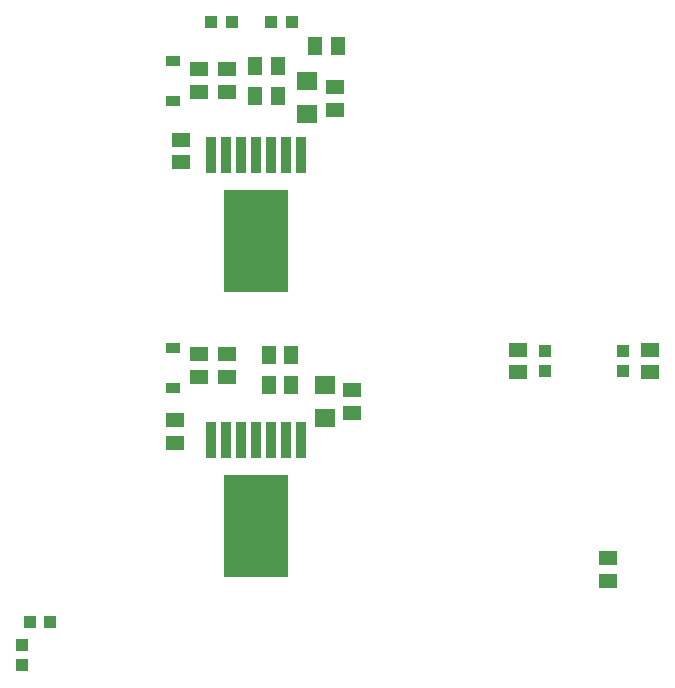
<source format=gbr>
G04 EAGLE Gerber RS-274X export*
G75*
%MOMM*%
%FSLAX34Y34*%
%LPD*%
%INSolderpaste Bottom*%
%IPPOS*%
%AMOC8*
5,1,8,0,0,1.08239X$1,22.5*%
G01*
%ADD10R,0.890000X3.060000*%
%ADD11R,0.890000X3.090000*%
%ADD12R,5.511800X8.661400*%
%ADD13R,1.300000X1.600000*%
%ADD14R,1.600000X1.300000*%
%ADD15R,1.800000X1.600000*%
%ADD16R,1.500000X1.300000*%
%ADD17R,1.300000X1.500000*%
%ADD18R,1.000000X1.100000*%
%ADD19R,1.100000X1.000000*%
%ADD20R,1.200000X0.900000*%


D10*
X215900Y238150D03*
X228600Y238150D03*
D11*
X241300Y238150D03*
D10*
X254000Y238150D03*
X266700Y238150D03*
X279400Y238150D03*
X292100Y238150D03*
D12*
X254000Y165100D03*
D13*
X264820Y284480D03*
X283820Y284480D03*
X264820Y309880D03*
X283820Y309880D03*
D14*
X229870Y291490D03*
X229870Y310490D03*
X205740Y291490D03*
X205740Y310490D03*
D10*
X215900Y479450D03*
X228600Y479450D03*
D11*
X241300Y479450D03*
D10*
X254000Y479450D03*
X266700Y479450D03*
X279400Y479450D03*
X292100Y479450D03*
D12*
X254000Y406400D03*
D13*
X253390Y529590D03*
X272390Y529590D03*
X253390Y554990D03*
X272390Y554990D03*
D14*
X229870Y532790D03*
X229870Y551790D03*
X205740Y532790D03*
X205740Y551790D03*
D15*
X312420Y256510D03*
X312420Y284510D03*
D16*
X335280Y261010D03*
X335280Y280010D03*
D17*
X304190Y571500D03*
X323190Y571500D03*
D15*
X297180Y514320D03*
X297180Y542320D03*
D16*
X321310Y517550D03*
X321310Y536550D03*
D18*
X499110Y313300D03*
X499110Y296300D03*
D16*
X476250Y314300D03*
X476250Y295300D03*
D18*
X565150Y313300D03*
X565150Y296300D03*
D16*
X588010Y314300D03*
X588010Y295300D03*
D19*
X79620Y83820D03*
X62620Y83820D03*
D18*
X55880Y64380D03*
X55880Y47380D03*
D19*
X267090Y591820D03*
X284090Y591820D03*
X216290Y591820D03*
X233290Y591820D03*
D20*
X184150Y316230D03*
X184150Y282230D03*
X184150Y558800D03*
X184150Y524800D03*
D16*
X185420Y235610D03*
X185420Y254610D03*
X190500Y473100D03*
X190500Y492100D03*
D14*
X552450Y118770D03*
X552450Y137770D03*
M02*

</source>
